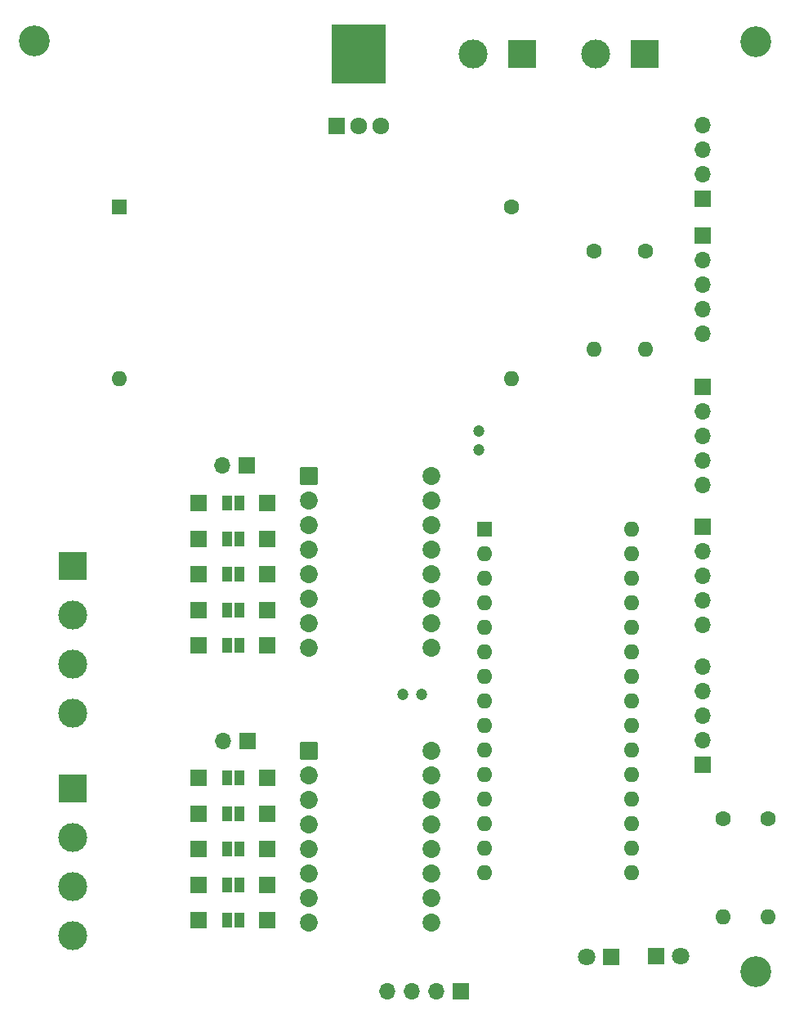
<source format=gts>
G04 #@! TF.GenerationSoftware,KiCad,Pcbnew,7.0.8*
G04 #@! TF.CreationDate,2024-03-21T20:29:15-04:00*
G04 #@! TF.ProjectId,TechDevPCB,54656368-4465-4765-9043-422e6b696361,rev?*
G04 #@! TF.SameCoordinates,Original*
G04 #@! TF.FileFunction,Soldermask,Top*
G04 #@! TF.FilePolarity,Negative*
%FSLAX46Y46*%
G04 Gerber Fmt 4.6, Leading zero omitted, Abs format (unit mm)*
G04 Created by KiCad (PCBNEW 7.0.8) date 2024-03-21 20:29:15*
%MOMM*%
%LPD*%
G01*
G04 APERTURE LIST*
G04 Aperture macros list*
%AMRoundRect*
0 Rectangle with rounded corners*
0 $1 Rounding radius*
0 $2 $3 $4 $5 $6 $7 $8 $9 X,Y pos of 4 corners*
0 Add a 4 corners polygon primitive as box body*
4,1,4,$2,$3,$4,$5,$6,$7,$8,$9,$2,$3,0*
0 Add four circle primitives for the rounded corners*
1,1,$1+$1,$2,$3*
1,1,$1+$1,$4,$5*
1,1,$1+$1,$6,$7*
1,1,$1+$1,$8,$9*
0 Add four rect primitives between the rounded corners*
20,1,$1+$1,$2,$3,$4,$5,0*
20,1,$1+$1,$4,$5,$6,$7,0*
20,1,$1+$1,$6,$7,$8,$9,0*
20,1,$1+$1,$8,$9,$2,$3,0*%
G04 Aperture macros list end*
%ADD10C,1.600000*%
%ADD11O,1.600000X1.600000*%
%ADD12R,1.700000X1.700000*%
%ADD13R,3.000000X3.000000*%
%ADD14C,3.000000*%
%ADD15O,1.700000X1.700000*%
%ADD16R,1.717500X1.800000*%
%ADD17O,1.717500X1.800000*%
%ADD18R,5.700000X6.200000*%
%ADD19C,1.200000*%
%ADD20R,1.000000X1.500000*%
%ADD21C,3.200000*%
%ADD22RoundRect,0.102000X-0.825000X-0.825000X0.825000X-0.825000X0.825000X0.825000X-0.825000X0.825000X0*%
%ADD23C,1.854000*%
%ADD24R,1.600000X1.600000*%
%ADD25R,1.800000X1.800000*%
%ADD26C,1.800000*%
G04 APERTURE END LIST*
D10*
X167640000Y-65049400D03*
D11*
X167640000Y-75209400D03*
D12*
X126669800Y-123317000D03*
D13*
X172897800Y-44704000D03*
D14*
X167817800Y-44704000D03*
D12*
X178866800Y-63500000D03*
D15*
X178866800Y-66040000D03*
X178866800Y-68580000D03*
X178866800Y-71120000D03*
X178866800Y-73660000D03*
D16*
X140970000Y-52120800D03*
D17*
X143260000Y-52120800D03*
X145550000Y-52120800D03*
D18*
X143260000Y-44687467D03*
D12*
X133781800Y-130683000D03*
D19*
X155702000Y-83667600D03*
X155702000Y-85667600D03*
D20*
X129560800Y-91186000D03*
X130860800Y-91186000D03*
D12*
X126669800Y-130683000D03*
D20*
X129560800Y-134366000D03*
X130860800Y-134366000D03*
D12*
X178866800Y-79121000D03*
D15*
X178866800Y-81661000D03*
X178866800Y-84201000D03*
X178866800Y-86741000D03*
X178866800Y-89281000D03*
D19*
X149783800Y-110998000D03*
X147783800Y-110998000D03*
D12*
X126669800Y-102235000D03*
D13*
X113614200Y-120726200D03*
D14*
X113614200Y-125806200D03*
X113614200Y-130886200D03*
X113614200Y-135966200D03*
D12*
X133781800Y-127000000D03*
X133781800Y-105918000D03*
X126669800Y-119634000D03*
D20*
X129560800Y-105918000D03*
X130860800Y-105918000D03*
D12*
X133781800Y-91186000D03*
X126669800Y-105918000D03*
X133781800Y-102235000D03*
D20*
X129560800Y-127000000D03*
X130860800Y-127000000D03*
X129560800Y-98552000D03*
X130860800Y-98552000D03*
D12*
X126669800Y-91186000D03*
X131749800Y-115824000D03*
D15*
X129209800Y-115824000D03*
D21*
X184404000Y-139659900D03*
X184378600Y-43383200D03*
D12*
X126669800Y-98552000D03*
D21*
X109615698Y-43270898D03*
D22*
X138099800Y-116840000D03*
D23*
X138099800Y-119380000D03*
X138099800Y-121920000D03*
X138099800Y-124460000D03*
X138099800Y-127000000D03*
X138099800Y-129540000D03*
X138099800Y-132080000D03*
X138099800Y-134620000D03*
X150799800Y-134620000D03*
X150799800Y-132080000D03*
X150799800Y-129540000D03*
X150799800Y-127000000D03*
X150799800Y-124460000D03*
X150799800Y-121920000D03*
X150799800Y-119380000D03*
X150799800Y-116840000D03*
D20*
X129560800Y-123317000D03*
X130860800Y-123317000D03*
D12*
X153787000Y-141706600D03*
D15*
X151247000Y-141706600D03*
X148707000Y-141706600D03*
X146167000Y-141706600D03*
D12*
X178866800Y-118237000D03*
D15*
X178866800Y-115697000D03*
X178866800Y-113157000D03*
X178866800Y-110617000D03*
X178866800Y-108077000D03*
D24*
X118392400Y-60539100D03*
D11*
X159032400Y-78319100D03*
X118392400Y-78319100D03*
D10*
X159032400Y-60539100D03*
D25*
X174015400Y-138049000D03*
D26*
X176555400Y-138049000D03*
D12*
X178866800Y-93599000D03*
D15*
X178866800Y-96139000D03*
X178866800Y-98679000D03*
X178866800Y-101219000D03*
X178866800Y-103759000D03*
D10*
X172923200Y-65100200D03*
D11*
X172923200Y-75260200D03*
D13*
X113563400Y-97637600D03*
D14*
X113563400Y-102717600D03*
X113563400Y-107797600D03*
X113563400Y-112877600D03*
D20*
X129575800Y-94869000D03*
X130875800Y-94869000D03*
X129560800Y-119634000D03*
X130860800Y-119634000D03*
D13*
X160197800Y-44704000D03*
D14*
X155117800Y-44704000D03*
D20*
X129560800Y-102235000D03*
X130860800Y-102235000D03*
D12*
X178866800Y-59690000D03*
D15*
X178866800Y-57150000D03*
X178866800Y-54610000D03*
X178866800Y-52070000D03*
D12*
X133781800Y-98552000D03*
X126669800Y-94869000D03*
D24*
X156260800Y-93853000D03*
D11*
X156260800Y-96393000D03*
X156260800Y-98933000D03*
X156260800Y-101473000D03*
X156260800Y-104013000D03*
X156260800Y-106553000D03*
X156260800Y-109093000D03*
X156260800Y-111633000D03*
X156260800Y-114173000D03*
X156260800Y-116713000D03*
X156260800Y-119253000D03*
X156260800Y-121793000D03*
X156260800Y-124333000D03*
X156260800Y-126873000D03*
X156260800Y-129413000D03*
X171500800Y-129413000D03*
X171500800Y-126873000D03*
X171500800Y-124333000D03*
X171500800Y-121793000D03*
X171500800Y-119253000D03*
X171500800Y-116713000D03*
X171500800Y-114173000D03*
X171500800Y-111633000D03*
X171500800Y-109093000D03*
X171500800Y-106553000D03*
X171500800Y-104013000D03*
X171500800Y-101473000D03*
X171500800Y-98933000D03*
X171500800Y-96393000D03*
X171500800Y-93853000D03*
D12*
X126669800Y-134366000D03*
D10*
X180975000Y-123850400D03*
D11*
X180975000Y-134010400D03*
D12*
X131622800Y-87249000D03*
D15*
X129082800Y-87249000D03*
D12*
X133781800Y-123317000D03*
D20*
X129560800Y-130683000D03*
X130860800Y-130683000D03*
D12*
X133781800Y-134366000D03*
D25*
X169392600Y-138176000D03*
D26*
X166852600Y-138176000D03*
D22*
X138099800Y-88392000D03*
D23*
X138099800Y-90932000D03*
X138099800Y-93472000D03*
X138099800Y-96012000D03*
X138099800Y-98552000D03*
X138099800Y-101092000D03*
X138099800Y-103632000D03*
X138099800Y-106172000D03*
X150799800Y-106172000D03*
X150799800Y-103632000D03*
X150799800Y-101092000D03*
X150799800Y-98552000D03*
X150799800Y-96012000D03*
X150799800Y-93472000D03*
X150799800Y-90932000D03*
X150799800Y-88392000D03*
D12*
X133781800Y-119634000D03*
D10*
X185674000Y-123799600D03*
D11*
X185674000Y-133959600D03*
D12*
X133781800Y-94869000D03*
X126669800Y-127000000D03*
M02*

</source>
